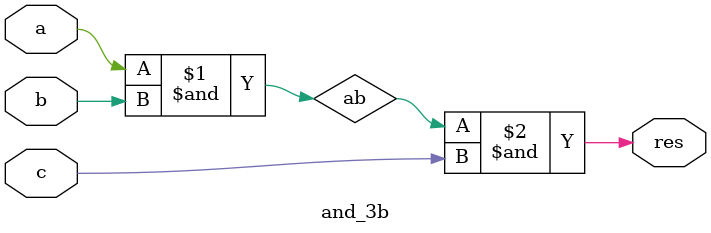
<source format=v>
module and_3b(output wire res,input wire a, input wire b, input wire c );
    wire ab; // Intermediate wire for a and b
    and (ab, a, b); // AND gate for a and b
    and (res, ab, c); // AND gate for ab and c
endmodule

</source>
